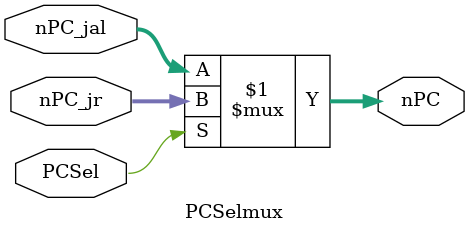
<source format=v>
`timescale 1ns / 1ps
module RegDstmux(
	input [1:0]RegDst,
	input [4:0]Rt,
	input [4:0]Rd,
	output reg[4:0]WA
    );
	
	always@(*)begin
		case(RegDst)
			2'b00:
				WA = Rt;
			2'b01:
				WA = Rd;
			default:
				WA = 31;//WA=31
		endcase
	end
endmodule

module ALUSrcmux(
	input ALUSrc,
	input [31:0]RD2,
	input [31:0]imm32,
	output [31:0]B
	);

	assign B=ALUSrc==1?imm32:RD2;
endmodule

module MemtoRegmux(
	input [1:0]MemtoReg,
	input [31:0]Result,
	input [31:0]RD,
	input [31:0]PC0,
	output reg [31:0]WD
	);
	
	always@(*)begin
		case(MemtoReg)
			2'b00:
				WD = Result;
			2'b01:
				WD = RD;
			2'b10:
				WD = PC0 + 4;
		endcase
	end
endmodule

module PCSelmux(
	input PCSel,
	input [31:0]nPC_jal,
	input [31:0]nPC_jr,
	output [31:0]nPC
	);
	
	assign nPC = PCSel? nPC_jr : nPC_jal;
endmodule
	
</source>
